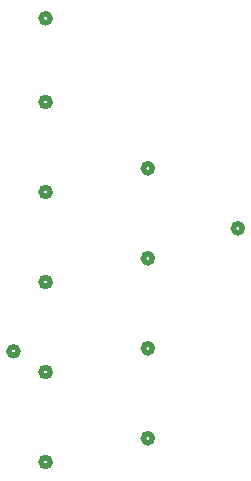
<source format=gbr>
%TF.GenerationSoftware,KiCad,Pcbnew,8.0.3*%
%TF.CreationDate,2024-08-26T23:53:33+05:30*%
%TF.ProjectId,Scout_Board,53636f75-745f-4426-9f61-72642e6b6963,rev?*%
%TF.SameCoordinates,Original*%
%TF.FileFunction,Legend,Bot*%
%TF.FilePolarity,Positive*%
%FSLAX46Y46*%
G04 Gerber Fmt 4.6, Leading zero omitted, Abs format (unit mm)*
G04 Created by KiCad (PCBNEW 8.0.3) date 2024-08-26 23:53:33*
%MOMM*%
%LPD*%
G01*
G04 APERTURE LIST*
%ADD10C,0.508000*%
G04 APERTURE END LIST*
D10*
%TO.C,Conn11*%
X208838099Y-147320000D02*
G75*
G02*
X208076099Y-147320000I-381000J0D01*
G01*
X208076099Y-147320000D02*
G75*
G02*
X208838099Y-147320000I381000J0D01*
G01*
%TO.C,Conn12*%
X208838099Y-139700000D02*
G75*
G02*
X208076099Y-139700000I-381000J0D01*
G01*
X208076099Y-139700000D02*
G75*
G02*
X208838099Y-139700000I381000J0D01*
G01*
%TO.C,Conn10*%
X208838099Y-154940000D02*
G75*
G02*
X208076099Y-154940000I-381000J0D01*
G01*
X208076099Y-154940000D02*
G75*
G02*
X208838099Y-154940000I381000J0D01*
G01*
%TO.C,Conn4*%
X200178100Y-134088001D02*
G75*
G02*
X199416100Y-134088001I-381000J0D01*
G01*
X199416100Y-134088001D02*
G75*
G02*
X200178100Y-134088001I381000J0D01*
G01*
%TO.C,Conn9*%
X208838099Y-162560000D02*
G75*
G02*
X208076099Y-162560000I-381000J0D01*
G01*
X208076099Y-162560000D02*
G75*
G02*
X208838099Y-162560000I381000J0D01*
G01*
%TO.C,Conn1*%
X200178100Y-127000000D02*
G75*
G02*
X199416100Y-127000000I-381000J0D01*
G01*
X199416100Y-127000000D02*
G75*
G02*
X200178100Y-127000000I381000J0D01*
G01*
%TO.C,Conn6*%
X200178100Y-149328001D02*
G75*
G02*
X199416100Y-149328001I-381000J0D01*
G01*
X199416100Y-149328001D02*
G75*
G02*
X200178100Y-149328001I381000J0D01*
G01*
%TO.C,Conn7*%
X197458008Y-155194000D02*
G75*
G02*
X196696008Y-155194000I-381000J0D01*
G01*
X196696008Y-155194000D02*
G75*
G02*
X197458008Y-155194000I381000J0D01*
G01*
%TO.C,Conn8*%
X216458099Y-144780000D02*
G75*
G02*
X215696099Y-144780000I-381000J0D01*
G01*
X215696099Y-144780000D02*
G75*
G02*
X216458099Y-144780000I381000J0D01*
G01*
%TO.C,Conn2*%
X200178100Y-164568001D02*
G75*
G02*
X199416100Y-164568001I-381000J0D01*
G01*
X199416100Y-164568001D02*
G75*
G02*
X200178100Y-164568001I381000J0D01*
G01*
%TO.C,Conn3*%
X200178100Y-156948001D02*
G75*
G02*
X199416100Y-156948001I-381000J0D01*
G01*
X199416100Y-156948001D02*
G75*
G02*
X200178100Y-156948001I381000J0D01*
G01*
%TO.C,Conn5*%
X200178100Y-141708001D02*
G75*
G02*
X199416100Y-141708001I-381000J0D01*
G01*
X199416100Y-141708001D02*
G75*
G02*
X200178100Y-141708001I381000J0D01*
G01*
%TD*%
M02*

</source>
